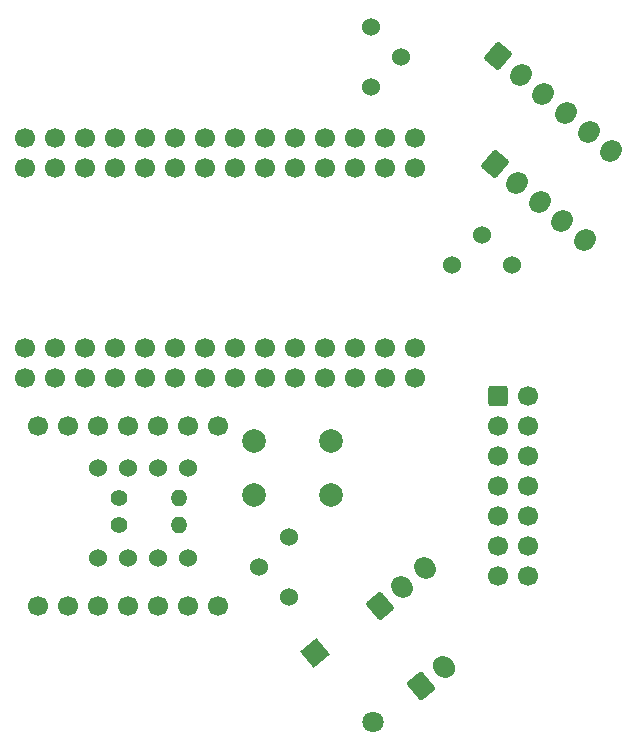
<source format=gbr>
%TF.GenerationSoftware,KiCad,Pcbnew,(6.0.11)*%
%TF.CreationDate,2023-10-13T17:07:18+09:00*%
%TF.ProjectId,main_board,6d61696e-5f62-46f6-9172-642e6b696361,rev?*%
%TF.SameCoordinates,Original*%
%TF.FileFunction,Soldermask,Top*%
%TF.FilePolarity,Negative*%
%FSLAX46Y46*%
G04 Gerber Fmt 4.6, Leading zero omitted, Abs format (unit mm)*
G04 Created by KiCad (PCBNEW (6.0.11)) date 2023-10-13 17:07:18*
%MOMM*%
%LPD*%
G01*
G04 APERTURE LIST*
G04 Aperture macros list*
%AMRoundRect*
0 Rectangle with rounded corners*
0 $1 Rounding radius*
0 $2 $3 $4 $5 $6 $7 $8 $9 X,Y pos of 4 corners*
0 Add a 4 corners polygon primitive as box body*
4,1,4,$2,$3,$4,$5,$6,$7,$8,$9,$2,$3,0*
0 Add four circle primitives for the rounded corners*
1,1,$1+$1,$2,$3*
1,1,$1+$1,$4,$5*
1,1,$1+$1,$6,$7*
1,1,$1+$1,$8,$9*
0 Add four rect primitives between the rounded corners*
20,1,$1+$1,$2,$3,$4,$5,0*
20,1,$1+$1,$4,$5,$6,$7,0*
20,1,$1+$1,$6,$7,$8,$9,0*
20,1,$1+$1,$8,$9,$2,$3,0*%
%AMHorizOval*
0 Thick line with rounded ends*
0 $1 width*
0 $2 $3 position (X,Y) of the first rounded end (center of the circle)*
0 $4 $5 position (X,Y) of the second rounded end (center of the circle)*
0 Add line between two ends*
20,1,$1,$2,$3,$4,$5,0*
0 Add two circle primitives to create the rounded ends*
1,1,$1,$2,$3*
1,1,$1,$4,$5*%
%AMRotRect*
0 Rectangle, with rotation*
0 The origin of the aperture is its center*
0 $1 length*
0 $2 width*
0 $3 Rotation angle, in degrees counterclockwise*
0 Add horizontal line*
21,1,$1,$2,0,0,$3*%
G04 Aperture macros list end*
%ADD10RoundRect,0.250000X-0.600000X-0.600000X0.600000X-0.600000X0.600000X0.600000X-0.600000X0.600000X0*%
%ADD11C,1.700000*%
%ADD12RotRect,1.800000X1.800000X310.000000*%
%ADD13HorizOval,1.800000X0.000000X0.000000X0.000000X0.000000X0*%
%ADD14RoundRect,0.250000X-0.925648X-0.169710X-0.006394X-0.941055X0.925648X0.169710X0.006394X0.941055X0*%
%ADD15HorizOval,1.700000X-0.080348X-0.095756X0.080348X0.095756X0*%
%ADD16C,1.524000*%
%ADD17RoundRect,0.250000X0.006394X-0.941055X0.925648X-0.169710X-0.006394X0.941055X-0.925648X0.169710X0*%
%ADD18HorizOval,1.700000X-0.080348X0.095756X0.080348X-0.095756X0*%
%ADD19RoundRect,0.250000X0.022464X-0.960206X0.941717X-0.188861X-0.022464X0.960206X-0.941717X0.188861X0*%
%ADD20HorizOval,1.700000X-0.096418X0.114907X0.096418X-0.114907X0*%
%ADD21C,1.400000*%
%ADD22O,1.400000X1.400000*%
%ADD23C,2.000000*%
G04 APERTURE END LIST*
D10*
%TO.C,J4*%
X169054500Y-99060000D03*
D11*
X171594500Y-99060000D03*
X169054500Y-101600000D03*
X171594500Y-101600000D03*
X169054500Y-104140000D03*
X171594500Y-104140000D03*
X169054500Y-106680000D03*
X171594500Y-106680000D03*
X169054500Y-109220000D03*
X171594500Y-109220000D03*
X169054500Y-111760000D03*
X171594500Y-111760000D03*
X169054500Y-114300000D03*
X171594500Y-114300000D03*
%TD*%
D12*
%TO.C,D1*%
X153506980Y-120779371D03*
D13*
X158405022Y-126616630D03*
%TD*%
D14*
%TO.C,J3*%
X168719242Y-79441889D03*
D15*
X170634353Y-81048858D03*
X172549464Y-82655827D03*
X174464575Y-84262796D03*
X176379686Y-85869765D03*
%TD*%
D16*
%TO.C,R1*%
X165100000Y-87979000D03*
X167640000Y-85439000D03*
X170180000Y-87979000D03*
%TD*%
D14*
%TO.C,J5*%
X169031686Y-70256404D03*
D15*
X170946797Y-71863373D03*
X172861908Y-73470342D03*
X174777019Y-75077311D03*
X176692130Y-76684280D03*
X178607242Y-78291249D03*
%TD*%
D17*
%TO.C,J2*%
X159004000Y-116840000D03*
D18*
X160919111Y-115233031D03*
X162834222Y-113626062D03*
%TD*%
D19*
%TO.C,J1*%
X162534981Y-123591311D03*
D20*
X164450092Y-121984342D03*
%TD*%
D16*
%TO.C,R2*%
X158274000Y-67818000D03*
X160814000Y-70358000D03*
X158274000Y-72898000D03*
%TD*%
D21*
%TO.C,R4*%
X136906000Y-107696000D03*
D22*
X141986000Y-107696000D03*
%TD*%
D16*
%TO.C,U3*%
X135128000Y-112776000D03*
X137668000Y-112776000D03*
X140208000Y-112776000D03*
X142748000Y-112776000D03*
X135128000Y-105156000D03*
X137668000Y-105156000D03*
X140208000Y-105156000D03*
X142748000Y-105156000D03*
%TD*%
D11*
%TO.C,U1*%
X134064000Y-97536000D03*
X156924000Y-77216000D03*
X139144000Y-77216000D03*
X136604000Y-77216000D03*
X128984000Y-94996000D03*
X131524000Y-79756000D03*
X131524000Y-94996000D03*
X134064000Y-94996000D03*
X136604000Y-94996000D03*
X139144000Y-94996000D03*
X141684000Y-94996000D03*
X144224000Y-94996000D03*
X146764000Y-94996000D03*
X149304000Y-94996000D03*
X151844000Y-94996000D03*
X154384000Y-94996000D03*
X156924000Y-94996000D03*
X159464000Y-94996000D03*
X162004000Y-94996000D03*
X162004000Y-97536000D03*
X159464000Y-77216000D03*
X162004000Y-77216000D03*
X162004000Y-79756000D03*
X159464000Y-79756000D03*
X156924000Y-79756000D03*
X154384000Y-79756000D03*
X151844000Y-79756000D03*
X149304000Y-79756000D03*
X146764000Y-79756000D03*
X144224000Y-79756000D03*
X141684000Y-79756000D03*
X139144000Y-79756000D03*
X136604000Y-79756000D03*
X134064000Y-79756000D03*
X139144000Y-97536000D03*
X154384000Y-77216000D03*
X128984000Y-79756000D03*
X128984000Y-77216000D03*
X151844000Y-77216000D03*
X144224000Y-77216000D03*
X146764000Y-77216000D03*
X141684000Y-77216000D03*
X149304000Y-77216000D03*
X149304000Y-97536000D03*
X159464000Y-97536000D03*
X151844000Y-97536000D03*
X156924000Y-97536000D03*
X154384000Y-97536000D03*
X128984000Y-97536000D03*
X131524000Y-97536000D03*
X136604000Y-97536000D03*
X141684000Y-97536000D03*
X144224000Y-97536000D03*
X146764000Y-97536000D03*
X131524000Y-77216000D03*
X134064000Y-77216000D03*
%TD*%
D21*
%TO.C,R3*%
X136906000Y-109982000D03*
D22*
X141986000Y-109982000D03*
%TD*%
D16*
%TO.C,RV1*%
X151352000Y-116078000D03*
X148812000Y-113538000D03*
X151352000Y-110998000D03*
%TD*%
D23*
%TO.C,SW1*%
X148388000Y-102906000D03*
X154888000Y-102906000D03*
X154888000Y-107406000D03*
X148388000Y-107406000D03*
%TD*%
D11*
%TO.C,U2*%
X130048000Y-116840000D03*
X132588000Y-116840000D03*
X135128000Y-116840000D03*
X137668000Y-116840000D03*
X140208000Y-116840000D03*
X142748000Y-116840000D03*
X145288000Y-116840000D03*
X145288000Y-101600000D03*
X142748000Y-101600000D03*
X140208000Y-101600000D03*
X137668000Y-101600000D03*
X135128000Y-101600000D03*
X132588000Y-101600000D03*
X130048000Y-101600000D03*
%TD*%
M02*

</source>
